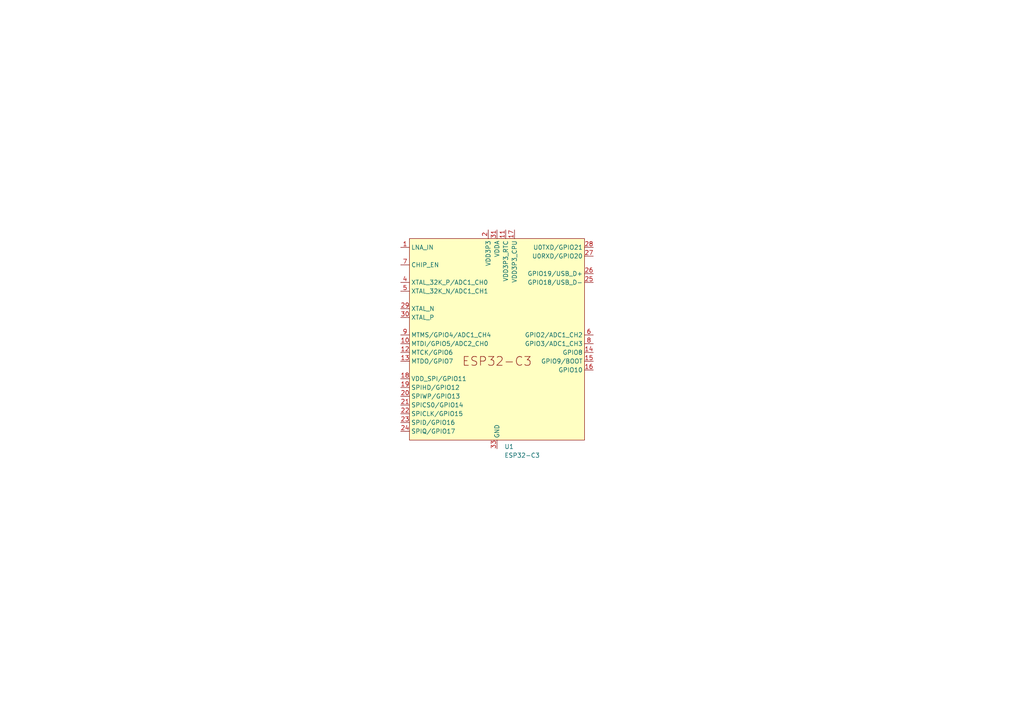
<source format=kicad_sch>
(kicad_sch (version 20250114) (generator "eeschema") (generator_version "9.0")
  (paper "A4")
  (lib_symbols
    (symbol "PCM_Espressif:ESP32-C3"
      (property "Reference" "U" (at -25.4 35.56 0))
      (property "Value" "ESP32-C3" (at -25.4 33.02 0))
      (symbol "ESP32-C3_0_0"
        (text "ESP32-C3" (at 0 -5.08 0) (effects (font (size 2.54 2.54))))
        (pin bidirectional line (at -27.94 27.94 0) (length 2.54) (name "LNA_IN") (number "1"))
        (pin input line (at -27.94 22.86 0) (length 2.54) (name "CHIP_EN") (number "7"))
        (pin output line (at -27.94 17.78 0) (length 2.54) (name "XTAL_32K_P/ADC1_CH0") (number "4"))
        (pin input line (at -27.94 15.24 0) (length 2.54) (name "XTAL_32K_N/ADC1_CH1") (number "5"))
        (pin output line (at -27.94 10.16 0) (length 2.54) (name "XTAL_N") (number "29"))
        (pin input line (at -27.94 7.62 0) (length 2.54) (name "XTAL_P") (number "30"))
        (pin bidirectional line (at -27.94 2.54 0) (length 2.54) (name "MTMS/GPIO4/ADC1_CH4") (number "9"))
        (pin bidirectional line (at -27.94 0 0) (length 2.54) (name "MTDI/GPIO5/ADC2_CH0") (number "10"))
        (pin bidirectional line (at -27.94 -2.54 0) (length 2.54) (name "MTCK/GPIO6") (number "12"))
        (pin bidirectional line (at -27.94 -5.08 0) (length 2.54) (name "MTDO/GPIO7") (number "13"))
        (pin bidirectional line (at -27.94 -10.16 0) (length 2.54) (name "VDD_SPI/GPIO11") (number "18"))
        (pin bidirectional line (at -27.94 -12.7 0) (length 2.54) (name "SPIHD/GPIO12") (number "19"))
        (pin bidirectional line (at -27.94 -15.24 0) (length 2.54) (name "SPIWP/GPIO13") (number "20"))
        (pin bidirectional line (at -27.94 -17.78 0) (length 2.54) (name "SPICS0/GPIO14") (number "21"))
        (pin bidirectional line (at -27.94 -20.32 0) (length 2.54) (name "SPICLK/GPIO15") (number "22"))
        (pin bidirectional line (at -27.94 -22.86 0) (length 2.54) (name "SPID/GPIO16") (number "23"))
        (pin bidirectional line (at -27.94 -25.4 0) (length 2.54) (name "SPIQ/GPIO17") (number "24"))
        (pin power_in line (at -2.54 33.02 270) (length 2.54) (name "VDD3P3") (number "2"))
        (pin power_in line (at 0 33.02 270) (length 2.54) (name "VDDA") (number "31"))
        (pin power_in line (at 0 -30.48 90) (length 2.54) (name "GND") (number "33"))
        (pin power_in line (at 2.54 33.02 270) (length 2.54) (name "VDD3P3_RTC") (number "11"))
        (pin power_in line (at 5.08 33.02 270) (length 2.54) (name "VDD3P3_CPU") (number "17"))
        (pin bidirectional line (at 27.94 27.94 180) (length 2.54) (name "U0TXD/GPIO21") (number "28"))
        (pin bidirectional line (at 27.94 25.4 180) (length 2.54) (name "U0RXD/GPIO20") (number "27"))
        (pin bidirectional line (at 27.94 20.32 180) (length 2.54) (name "GPIO19/USB_D+") (number "26"))
        (pin bidirectional line (at 27.94 17.78 180) (length 2.54) (name "GPIO18/USB_D-") (number "25"))
        (pin bidirectional line (at 27.94 2.54 180) (length 2.54) (name "GPIO2/ADC1_CH2") (number "6"))
        (pin bidirectional line (at 27.94 0 180) (length 2.54) (name "GPIO3/ADC1_CH3") (number "8"))
        (pin bidirectional line (at 27.94 -2.54 180) (length 2.54) (name "GPIO8") (number "14"))
        (pin bidirectional line (at 27.94 -5.08 180) (length 2.54) (name "GPIO9/BOOT") (number "15"))
        (pin bidirectional line (at 27.94 -7.62 180) (length 2.54) (name "GPIO10") (number "16"))
      )
      (symbol "ESP32-C3_0_1"
        (rectangle (start -25.4 30.48) (end 25.4 -27.94) (fill (type background)))
        (pin passive line (at -2.54 33.02 270) (length 2.54) (hide yes) (name "VDD3P3") (number "3"))
        (pin passive line (at 0 33.02 270) (length 2.54) (hide yes) (name "VDDA") (number "32"))
      )
    )
  )
  (symbol (lib_id "PCM_Espressif:ESP32-C3") (at 144.145 99.695 0) (unit 1)
    (property "Reference" "U1" (at 146.2883 129.54 0) (effects (justify left)))
    (property "Value" "ESP32-C3" (at 146.2883 132.08 0) (effects (justify left)))
    (property "Footprint" "Package_DFN_QFN:QFN-32-1EP_5x5mm_P0.5mm_EP3.45x3.45mm" (effects (hide yes)))
    (property "Datasheet" "https://www.espressif.com/sites/default/files/documentation/esp32-c3_datasheet_en.pdf" (effects (hide yes)))
    (property "Description" "ESP32-C3 family is an ultra-low-power MCU-based SoC solution that supports 2.4 GHz Wi-Fi and Bluetooth®Low Energy (Bluetooth LE)." (effects (hide yes)))
  )
)
</source>
